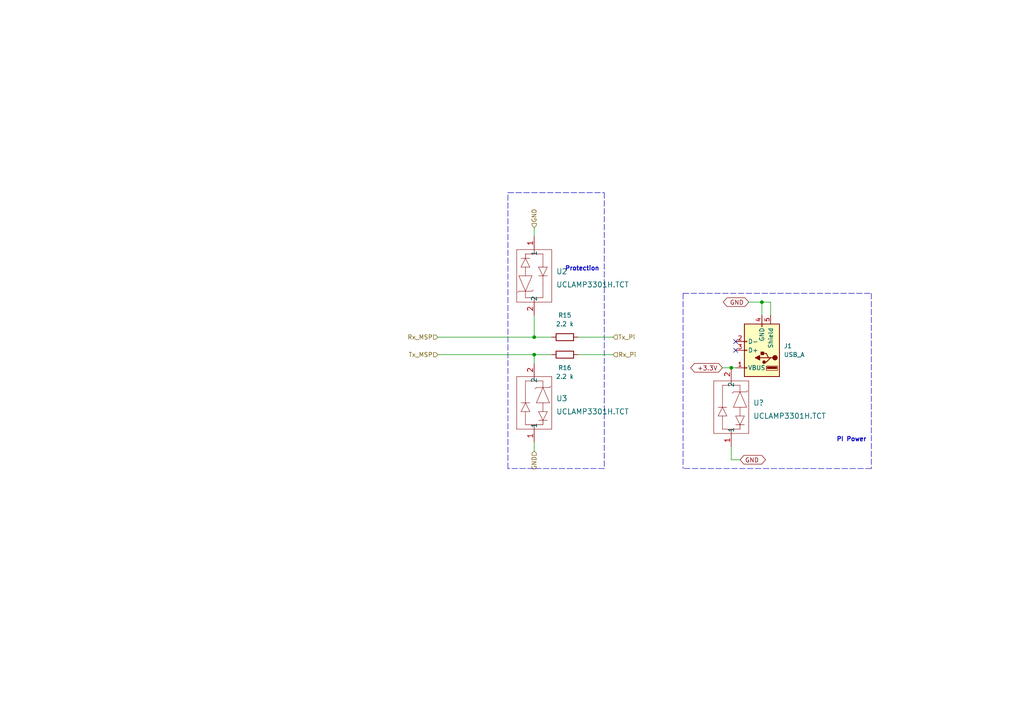
<source format=kicad_sch>
(kicad_sch (version 20211123) (generator eeschema)
  (paper "A4")
  (title_block (title "Pi Connector Subsystem") (company "The Great Gambit"))
  (lib_symbols
    (symbol "Connector:USB_A" (pin_names (offset 1.016))
      (property "Reference" "J" (at -5.08 11.43 0))
      (property "Value" "USB_A" (at -5.08 8.89 0))
      (symbol "USB_A_0_1"
        (rectangle (start -5.08 -7.62) (end 5.08 7.62) (stroke (width 0.254)) (fill (type background)))
        (circle (center -3.81 2.159) (radius 0.635) (stroke (width 0.254)) (fill (type outline)))
        (rectangle (start -1.524 4.826) (end -4.318 5.334) (fill (type outline)))
        (rectangle (start -1.27 4.572) (end -4.572 5.842))
        (circle (center -0.635 3.429) (radius 0.381) (stroke (width 0.254)) (fill (type outline)))
        (rectangle (start -0.127 -7.62) (end 0.127 -6.858))
        (polyline (pts (xy -3.175 2.159) (xy -2.54 2.159) (xy -1.27 3.429) (xy -0.635 3.429)) (stroke (width 0.254)))
        (polyline (pts (xy -2.54 2.159) (xy -1.905 2.159) (xy -1.27 0.889) (xy 0 0.889)) (stroke (width 0.254)))
        (polyline (pts (xy 0.635 2.794) (xy 0.635 1.524) (xy 1.905 2.159) (xy 0.635 2.794)) (stroke (width 0.254)) (fill (type outline)))
        (rectangle (start 0.254 1.27) (end -0.508 0.508) (stroke (width 0.254)) (fill (type outline)))
        (rectangle (start 5.08 -2.667) (end 4.318 -2.413))
        (rectangle (start 5.08 -0.127) (end 4.318 0.127))
        (rectangle (start 5.08 4.953) (end 4.318 5.207))
      )
      (symbol "USB_A_1_1"
        (polyline (pts (xy -1.905 2.159) (xy 0.635 2.159)) (stroke (width 0.254)))
        (pin power_in line (at 7.62 5.08 180) (length 2.54) (name "VBUS") (number "1"))
        (pin bidirectional line (at 7.62 -2.54 180) (length 2.54) (name "D-") (number "2"))
        (pin bidirectional line (at 7.62 0 180) (length 2.54) (name "D+") (number "3"))
        (pin power_in line (at 0 -10.16 90) (length 2.54) (name "GND") (number "4"))
        (pin passive line (at -2.54 -10.16 90) (length 2.54) (name "Shield") (number "5"))
      )
    )
    (symbol "Device:R" (pin_numbers hide) (pin_names (offset 0))
      (property "Reference" "R" (at 2.032 0 90))
      (property "Value" "R" (at 0 0 90))
      (symbol "R_0_1"
        (rectangle (start -1.016 -2.54) (end 1.016 2.54) (stroke (width 0.254)))
      )
      (symbol "R_1_1"
        (pin passive line (at 0 3.81 270) (length 1.27) (name "~") (number "1"))
        (pin passive line (at 0 -3.81 90) (length 1.27) (name "~") (number "2"))
      )
    )
    (symbol "UCLAMP3301H-TCT:UCLAMP3301H.TCT" (pin_names (offset 0.254))
      (property "Reference" "U" (at 20.32 10.16 0))
      (property "Value" "UCLAMP3301H.TCT" (at 20.32 7.62 0))
      (symbol "UCLAMP3301H.TCT_0_1"
        (polyline (pts (xy 12.7 0) (xy 13.97 0)))
        (polyline (pts (xy 13.97 -2.54) (xy 15.24 -2.54)))
        (polyline (pts (xy 27.94 0) (xy 26.67 0)))
      )
      (symbol "UCLAMP3301H.TCT_1_1"
        (polyline (pts (xy 12.7 -5.08) (xy 27.94 -5.08)) (stroke (width 0.127)))
        (polyline (pts (xy 12.7 5.08) (xy 12.7 -5.08)) (stroke (width 0.127)))
        (polyline (pts (xy 13.97 0) (xy 13.97 -2.54)) (stroke (width 0.127)))
        (polyline (pts (xy 13.97 0) (xy 13.97 2.54)) (stroke (width 0.127)))
        (polyline (pts (xy 13.97 2.54) (xy 17.78 2.54)) (stroke (width 0.127)))
        (polyline (pts (xy 15.24 -2.54) (xy 15.24 -3.81)) (stroke (width 0.127)))
        (polyline (pts (xy 15.24 -2.54) (xy 15.24 -1.27)) (stroke (width 0.127)))
        (polyline (pts (xy 15.24 -2.54) (xy 17.78 -1.27)) (stroke (width 0.127)))
        (polyline (pts (xy 17.78 -3.81) (xy 15.24 -2.54)) (stroke (width 0.127)))
        (polyline (pts (xy 17.78 -2.54) (xy 20.32 -2.54)) (stroke (width 0.127)))
        (polyline (pts (xy 17.78 -1.27) (xy 17.78 -3.81)) (stroke (width 0.127)))
        (polyline (pts (xy 17.78 1.27) (xy 20.32 2.54)) (stroke (width 0.127)))
        (polyline (pts (xy 17.78 2.54) (xy 17.78 1.27)) (stroke (width 0.127)))
        (polyline (pts (xy 17.78 2.54) (xy 17.78 3.81)) (stroke (width 0.127)))
        (polyline (pts (xy 17.78 3.81) (xy 20.32 2.54)) (stroke (width 0.127)))
        (polyline (pts (xy 20.32 -4.445) (xy 24.765 -2.54)) (stroke (width 0.127)))
        (polyline (pts (xy 20.32 -2.54) (xy 20.32 -4.445)) (stroke (width 0.127)))
        (polyline (pts (xy 20.32 -2.54) (xy 20.32 -0.635)) (stroke (width 0.127)))
        (polyline (pts (xy 20.32 -0.635) (xy 24.765 -2.54)) (stroke (width 0.127)))
        (polyline (pts (xy 20.32 2.54) (xy 20.32 1.27)) (stroke (width 0.127)))
        (polyline (pts (xy 20.32 2.54) (xy 20.32 3.81)) (stroke (width 0.127)))
        (polyline (pts (xy 20.32 2.54) (xy 22.86 2.54)) (stroke (width 0.127)))
        (polyline (pts (xy 24.765 -4.445) (xy 24.765 -0.635)) (stroke (width 0.127)))
        (polyline (pts (xy 24.765 -4.445) (xy 25.146 -4.826)) (stroke (width 0.127)))
        (polyline (pts (xy 24.765 -2.54) (xy 26.67 -2.54)) (stroke (width 0.127)))
        (polyline (pts (xy 24.765 -0.635) (xy 24.384 -0.254)) (stroke (width 0.127)))
        (polyline (pts (xy 26.67 0) (xy 26.67 -2.54)) (stroke (width 0.127)))
        (polyline (pts (xy 26.67 0) (xy 26.67 2.54)) (stroke (width 0.127)))
        (polyline (pts (xy 26.67 2.54) (xy 22.86 2.54)) (stroke (width 0.127)))
        (polyline (pts (xy 27.94 -5.08) (xy 27.94 5.08)) (stroke (width 0.127)))
        (polyline (pts (xy 27.94 5.08) (xy 12.7 5.08)) (stroke (width 0.127)))
        (pin passive line (at 8.89 0 0) (length 3.8) (name "1") (number "1"))
        (pin passive line (at 31.75 0 180) (length 3.8) (name "2") (number "2"))
      )
    )
  )
  (junction (at 212.09 106.68))
  (junction (at 154.94 102.87))
  (junction (at 220.98 87.63))
  (junction (at 154.94 97.79))
  (no_connect (at 213.36 99.06))
  (no_connect (at 213.36 101.6))
  (wire (pts (xy 154.94 97.79) (xy 160.02 97.79)))
  (polyline (pts (xy 147.32 55.88) (xy 175.26 55.88)))
  (wire (pts (xy 127 102.87) (xy 154.94 102.87)))
  (polyline (pts (xy 175.26 135.89) (xy 147.32 135.89)))
  (wire (pts (xy 154.94 128.27) (xy 154.94 130.81)))
  (wire (pts (xy 212.09 133.35) (xy 214.63 133.35)))
  (wire (pts (xy 223.52 87.63) (xy 220.98 87.63)))
  (wire (pts (xy 154.94 66.04) (xy 154.94 68.58)))
  (wire (pts (xy 212.09 129.54) (xy 212.09 133.35)))
  (wire (pts (xy 154.94 91.44) (xy 154.94 97.79)))
  (wire (pts (xy 167.64 97.79) (xy 177.8 97.79)))
  (wire (pts (xy 154.94 102.87) (xy 160.02 102.87)))
  (wire (pts (xy 220.98 91.44) (xy 220.98 87.63)))
  (wire (pts (xy 209.55 106.68) (xy 212.09 106.68)))
  (wire (pts (xy 127 97.79) (xy 154.94 97.79)))
  (polyline (pts (xy 252.73 85.09) (xy 252.73 135.89)))
  (polyline (pts (xy 198.12 85.09) (xy 198.12 135.89)))
  (wire (pts (xy 223.52 91.44) (xy 223.52 87.63)))
  (polyline (pts (xy 175.26 55.88) (xy 175.26 135.89)))
  (polyline (pts (xy 147.32 135.89) (xy 147.32 55.88)))
  (polyline (pts (xy 198.12 85.09) (xy 252.73 85.09)))
  (wire (pts (xy 154.94 102.87) (xy 154.94 105.41)))
  (polyline (pts (xy 252.73 135.89) (xy 198.12 135.89)))
  (wire (pts (xy 212.09 106.68) (xy 213.36 106.68)))
  (wire (pts (xy 167.64 102.87) (xy 177.8 102.87)))
  (wire (pts (xy 220.98 87.63) (xy 217.17 87.63)))
  (text "Protection" (at 163.83 78.74 0) (effects (font (size 1.27 1.27) bold) (justify left bottom)))
  (text "PI Power" (at 242.57 128.27 0) (effects (font (size 1.27 1.27) (thickness 0.254) bold) (justify left bottom)))
  (global_label "+3.3V" (shape bidirectional) (at 209.55 106.68 180) (property "Intersheet References" "${INTERSHEET_REFS}" (effects hide)))
  (global_label "GND" (shape bidirectional) (at 214.63 133.35 0) (property "Intersheet References" "${INTERSHEET_REFS}" (effects hide)))
  (global_label "GND" (shape bidirectional) (at 217.17 87.63 180) (property "Intersheet References" "${INTERSHEET_REFS}" (effects hide)))
  (hierarchical_label "GND" (shape input) (at 154.94 130.81 270))
  (hierarchical_label "Tx_Pi" (shape input) (at 177.8 97.79 0))
  (hierarchical_label "Rx_MSP" (shape input) (at 127 97.79 180))
  (hierarchical_label "Rx_Pi" (shape input) (at 177.8 102.87 0))
  (hierarchical_label "Tx_MSP" (shape input) (at 127 102.87 180))
  (hierarchical_label "GND" (shape input) (at 154.94 66.04 90))
  (symbol (lib_id "Device:R") (at 163.83 97.79 90) (unit 1)
    (property "Reference" "R15" (at 163.83 91.44 90))
    (property "Value" "2.2 k" (at 163.83 93.98 90))
    (property "Footprint" "Resistor_THT:R_Axial_DIN0207_L6.3mm_D2.5mm_P10.16mm_Horizontal" (effects hide))
    (property "Digikey Part Number" "511-SDR03EZPF2201CT-ND" (effects hide))
    (property "Digikey link" "https://www.digikey.com/en/products/detail/rohm-semiconductor/SDR03EZPF2201/16179917?s=N4IgTCBcDaIMoBEBKAGAzAUQFoAUBiYYKAjAAQgC6AvkA" (effects hide))
    (property "Manufacturer's Part Number" "SDR03EZPF2201" (effects hide))
    (property "Mouser Part Number" "755-SDR03EZPF2201" (effects hide))
    (property "Mouser link" "https://www.mouser.com/ProductDetail/ROHM-Semiconductor/SDR03EZPF2201?qs=MyNHzdoqoQJyGuWRlENv2A%3D%3D" (effects hide))
  )
  (symbol (lib_id "Connector:USB_A") (at 220.98 101.6 180) (unit 1)
    (property "Reference" "J1" (at 227.33 100.3299 0) (effects (justify right)))
    (property "Value" "USB_A" (at 227.33 102.8699 0) (effects (justify right)))
    (property "Footprint" "USB1130-15-A:USB1130-15-A" (effects hide))
    (property "Datasheet" "https://media.digikey.com/pdf/Data%20Sheets/GCT%20PDFs/USB1130-USB1135.pdf" (effects hide))
    (property "Manufacturers Part Number" "USB1130-15-A" (effects hide))
    (property "Digikey Part Number" "2073-USB1130-15-ACT-ND" (effects hide))
    (property "Digikey Link" "https://www.digikey.com/en/products/detail/gct/USB1130-15-A/13545899" (effects hide))
  )
  (symbol (lib_id "UCLAMP3301H-TCT:UCLAMP3301H.TCT") (at 154.94 59.69 270) (unit 1)
    (property "Reference" "U2" (at 161.29 78.74 90) (effects (font (size 1.524 1.524)) (justify left)))
    (property "Value" "UCLAMP3301H.TCT" (at 161.29 82.55 90) (effects (font (size 1.524 1.524)) (justify left)))
    (property "Footprint" "SOD_01H.TCT_SEM" (effects hide))
    (property "Datasheet" "https://semtech.my.salesforce.com/sfc/p/#E0000000JelG/a/44000000MDWf/s0KJxyOHQyYOcvBXVBK9X3X8Cxj1gNltZ2vd2k1S0Wo" (effects hide))
    (property "Manufacturers Part Number" "UCLAMP3301H.TCT" (effects hide))
    (property "Digikey Part Number" "UCLAMP3301HDKR-ND" (effects hide))
    (property "Digikey Link" "https://www.digikey.com/en/products/detail/semtech-corporation/UCLAMP3301H-TCT/1000952" (effects hide))
  )
  (symbol (lib_id "UCLAMP3301H-TCT:UCLAMP3301H.TCT") (at 212.09 138.43 90) (unit 1)
    (property "Reference" "U?" (at 218.44 116.84 90) (effects (font (size 1.524 1.524)) (justify right)))
    (property "Value" "UCLAMP3301H.TCT" (at 218.44 120.65 90) (effects (font (size 1.524 1.524)) (justify right)))
    (property "Footprint" "SOD_01H.TCT_SEM" (effects hide))
    (property "Datasheet" "https://semtech.my.salesforce.com/sfc/p/#E0000000JelG/a/44000000MDWf/s0KJxyOHQyYOcvBXVBK9X3X8Cxj1gNltZ2vd2k1S0Wo" (effects hide))
    (property "Manufacturers Part Number" "UCLAMP3301H.TCT" (effects hide))
    (property "Digikey Part Number" "UCLAMP3301HDKR-ND" (effects hide))
    (property "Digikey Link" "https://www.digikey.com/en/products/detail/semtech-corporation/UCLAMP3301H-TCT/1000952" (effects hide))
  )
  (symbol (lib_id "UCLAMP3301H-TCT:UCLAMP3301H.TCT") (at 154.94 137.16 90) (unit 1)
    (property "Reference" "U3" (at 161.29 115.57 90) (effects (font (size 1.524 1.524)) (justify right)))
    (property "Value" "UCLAMP3301H.TCT" (at 161.29 119.38 90) (effects (font (size 1.524 1.524)) (justify right)))
    (property "Footprint" "SOD_01H.TCT_SEM" (effects hide))
    (property "Datasheet" "https://semtech.my.salesforce.com/sfc/p/#E0000000JelG/a/44000000MDWf/s0KJxyOHQyYOcvBXVBK9X3X8Cxj1gNltZ2vd2k1S0Wo" (effects hide))
    (property "Manufacturers Part Number" "UCLAMP3301H.TCT" (effects hide))
    (property "Digikey Part Number" "UCLAMP3301HDKR-ND" (effects hide))
    (property "Digikey Link" "https://www.digikey.com/en/products/detail/semtech-corporation/UCLAMP3301H-TCT/1000952" (effects hide))
  )
  (symbol (lib_id "Device:R") (at 163.83 102.87 90) (unit 1)
    (property "Reference" "R16" (at 163.83 106.68 90))
    (property "Value" "2.2 k" (at 163.83 109.22 90))
    (property "Footprint" "Resistor_THT:R_Axial_DIN0207_L6.3mm_D2.5mm_P10.16mm_Horizontal" (effects hide))
    (property "Digikey Part Number" "511-SDR03EZPF2201CT-ND" (effects hide))
    (property "Digikey link" "https://www.digikey.com/en/products/detail/rohm-semiconductor/SDR03EZPF2201/16179917?s=N4IgTCBcDaIMoBEBKAGAzAUQFoAUBiYYKAjAAQgC6AvkA" (effects hide))
    (property "Manufacturer's Part Number" "SDR03EZPF2201" (effects hide))
    (property "Mouser Part Number" "755-SDR03EZPF2201" (effects hide))
    (property "Mouser link" "https://www.mouser.com/ProductDetail/ROHM-Semiconductor/SDR03EZPF2201?qs=MyNHzdoqoQJyGuWRlENv2A%3D%3D" (effects hide))
  )
)
</source>
